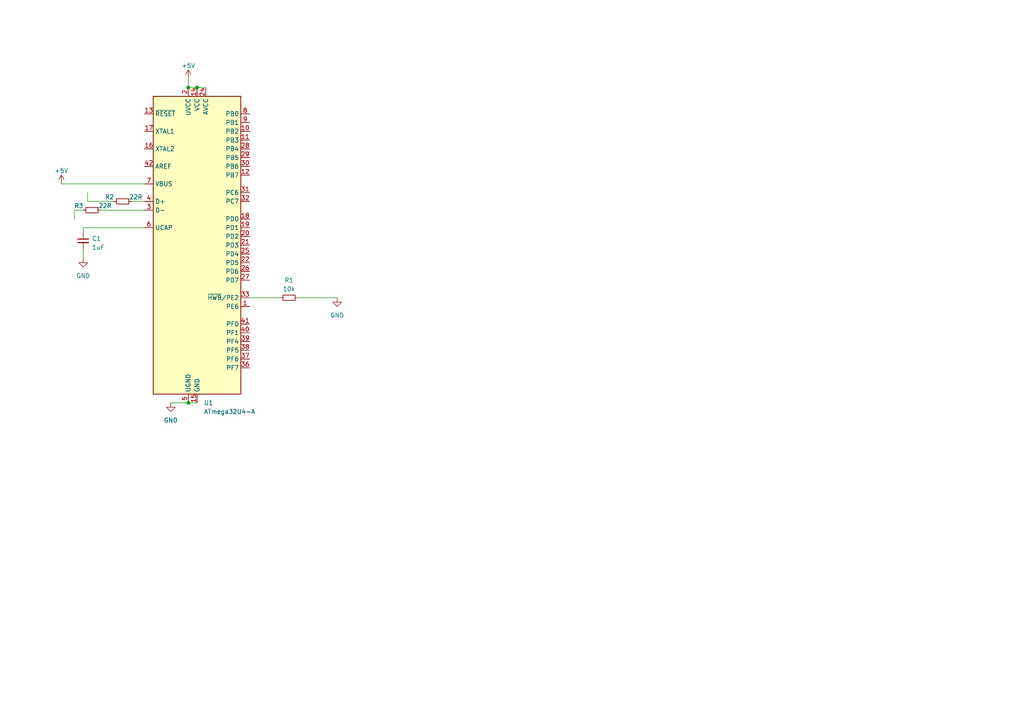
<source format=kicad_sch>
(kicad_sch (version 20230121) (generator eeschema)
  (paper "A4")
  (lib_symbols
    (symbol "Device:C_Small" (pin_numbers hide) (pin_names (offset 0.254) hide)
      (property "Reference" "C" (at 0.254 1.778 0))
      (property "Value" "C_Small" (at 0.254 -2.032 0))
      (symbol "C_Small_0_1"
        (polyline (pts (xy -1.524 -0.508) (xy 1.524 -0.508)) (stroke (width 0.3302)))
        (polyline (pts (xy -1.524 0.508) (xy 1.524 0.508)) (stroke (width 0.3048)))
      )
      (symbol "C_Small_1_1"
        (pin passive line (at 0 2.54 270) (length 2.032) (name "~") (number "1"))
        (pin passive line (at 0 -2.54 90) (length 2.032) (name "~") (number "2"))
      )
    )
    (symbol "Device:R_Small" (pin_numbers hide) (pin_names (offset 0.254) hide)
      (property "Reference" "R" (at 0.762 0.508 0))
      (property "Value" "R_Small" (at 0.762 -1.016 0))
      (symbol "R_Small_0_1"
        (rectangle (start -0.762 1.778) (end 0.762 -1.778) (stroke (width 0.2032)))
      )
      (symbol "R_Small_1_1"
        (pin passive line (at 0 2.54 270) (length 0.762) (name "~") (number "1"))
        (pin passive line (at 0 -2.54 90) (length 0.762) (name "~") (number "2"))
      )
    )
    (symbol "MCU_Microchip_ATmega:ATmega32U4-A"
      (property "Reference" "U" (at -12.7 44.45 0))
      (property "Value" "ATmega32U4-A" (at 2.54 -44.45 0))
      (symbol "ATmega32U4-A_0_1"
        (rectangle (start -12.7 -43.18) (end 12.7 43.18) (stroke (width 0.254)) (fill (type background)))
      )
      (symbol "ATmega32U4-A_1_1"
        (pin bidirectional line (at 15.24 -17.78 180) (length 2.54) (name "PE6") (number "1"))
        (pin bidirectional line (at 15.24 33.02 180) (length 2.54) (name "PB2") (number "10"))
        (pin bidirectional line (at 15.24 30.48 180) (length 2.54) (name "PB3") (number "11"))
        (pin bidirectional line (at 15.24 20.32 180) (length 2.54) (name "PB7") (number "12"))
        (pin input line (at -15.24 38.1 0) (length 2.54) (name "~{RESET}") (number "13"))
        (pin power_in line (at 0 45.72 270) (length 2.54) (name "VCC") (number "14"))
        (pin power_in line (at 0 -45.72 90) (length 2.54) (name "GND") (number "15"))
        (pin output line (at -15.24 27.94 0) (length 2.54) (name "XTAL2") (number "16"))
        (pin input line (at -15.24 33.02 0) (length 2.54) (name "XTAL1") (number "17"))
        (pin bidirectional line (at 15.24 7.62 180) (length 2.54) (name "PD0") (number "18"))
        (pin bidirectional line (at 15.24 5.08 180) (length 2.54) (name "PD1") (number "19"))
        (pin power_in line (at -2.54 45.72 270) (length 2.54) (name "UVCC") (number "2"))
        (pin bidirectional line (at 15.24 2.54 180) (length 2.54) (name "PD2") (number "20"))
        (pin bidirectional line (at 15.24 0 180) (length 2.54) (name "PD3") (number "21"))
        (pin bidirectional line (at 15.24 -5.08 180) (length 2.54) (name "PD5") (number "22"))
        (pin passive line (at 0 -45.72 90) (length 2.54) hide (name "GND") (number "23"))
        (pin power_in line (at 2.54 45.72 270) (length 2.54) (name "AVCC") (number "24"))
        (pin bidirectional line (at 15.24 -2.54 180) (length 2.54) (name "PD4") (number "25"))
        (pin bidirectional line (at 15.24 -7.62 180) (length 2.54) (name "PD6") (number "26"))
        (pin bidirectional line (at 15.24 -10.16 180) (length 2.54) (name "PD7") (number "27"))
        (pin bidirectional line (at 15.24 27.94 180) (length 2.54) (name "PB4") (number "28"))
        (pin bidirectional line (at 15.24 25.4 180) (length 2.54) (name "PB5") (number "29"))
        (pin bidirectional line (at -15.24 10.16 0) (length 2.54) (name "D-") (number "3"))
        (pin bidirectional line (at 15.24 22.86 180) (length 2.54) (name "PB6") (number "30"))
        (pin bidirectional line (at 15.24 15.24 180) (length 2.54) (name "PC6") (number "31"))
        (pin bidirectional line (at 15.24 12.7 180) (length 2.54) (name "PC7") (number "32"))
        (pin bidirectional line (at 15.24 -15.24 180) (length 2.54) (name "~{HWB}/PE2") (number "33"))
        (pin passive line (at 0 45.72 270) (length 2.54) hide (name "VCC") (number "34"))
        (pin passive line (at 0 -45.72 90) (length 2.54) hide (name "GND") (number "35"))
        (pin bidirectional line (at 15.24 -35.56 180) (length 2.54) (name "PF7") (number "36"))
        (pin bidirectional line (at 15.24 -33.02 180) (length 2.54) (name "PF6") (number "37"))
        (pin bidirectional line (at 15.24 -30.48 180) (length 2.54) (name "PF5") (number "38"))
        (pin bidirectional line (at 15.24 -27.94 180) (length 2.54) (name "PF4") (number "39"))
        (pin bidirectional line (at -15.24 12.7 0) (length 2.54) (name "D+") (number "4"))
        (pin bidirectional line (at 15.24 -25.4 180) (length 2.54) (name "PF1") (number "40"))
        (pin bidirectional line (at 15.24 -22.86 180) (length 2.54) (name "PF0") (number "41"))
        (pin passive line (at -15.24 22.86 0) (length 2.54) (name "AREF") (number "42"))
        (pin passive line (at 0 -45.72 90) (length 2.54) hide (name "GND") (number "43"))
        (pin passive line (at 2.54 45.72 270) (length 2.54) hide (name "AVCC") (number "44"))
        (pin passive line (at -2.54 -45.72 90) (length 2.54) (name "UGND") (number "5"))
        (pin passive line (at -15.24 5.08 0) (length 2.54) (name "UCAP") (number "6"))
        (pin input line (at -15.24 17.78 0) (length 2.54) (name "VBUS") (number "7"))
        (pin bidirectional line (at 15.24 38.1 180) (length 2.54) (name "PB0") (number "8"))
        (pin bidirectional line (at 15.24 35.56 180) (length 2.54) (name "PB1") (number "9"))
      )
    )
    (symbol "power:+5V" (power) (pin_names (offset 0))
      (property "Value" "+5V" (at 0 3.556 0))
      (symbol "+5V_0_1"
        (polyline (pts (xy -0.762 1.27) (xy 0 2.54)))
        (polyline (pts (xy 0 0) (xy 0 2.54)))
        (polyline (pts (xy 0 2.54) (xy 0.762 1.27)))
      )
      (symbol "+5V_1_1"
        (pin power_in line (at 0 0 90) (length 0) hide (name "+5V") (number "1"))
      )
    )
    (symbol "power:GND" (power) (pin_names (offset 0))
      (property "Value" "GND" (at 0 -3.81 0))
      (symbol "GND_0_1"
        (polyline (pts (xy 0 0) (xy 0 -1.27) (xy 1.27 -1.27) (xy 0 -2.54) (xy -1.27 -1.27) (xy 0 -1.27)))
      )
      (symbol "GND_1_1"
        (pin power_in line (at 0 0 270) (length 0) hide (name "GND") (number "1"))
      )
    )
  )
  (junction (at 54.61 25.4))
  (junction (at 57.15 25.4))
  (junction (at 54.61 116.84))
  (wire (pts (xy 41.91 66.04) (xy 24.13 66.04)))
  (wire (pts (xy 24.13 60.96) (xy 21.59 60.96)))
  (wire (pts (xy 25.4 55.88) (xy 25.4 58.42)))
  (wire (pts (xy 57.15 25.4) (xy 59.69 25.4)))
  (wire (pts (xy 54.61 25.4) (xy 57.15 25.4)))
  (wire (pts (xy 24.13 66.04) (xy 24.13 67.31)))
  (wire (pts (xy 21.59 60.96) (xy 21.59 63.5)))
  (wire (pts (xy 25.4 58.42) (xy 33.02 58.42)))
  (wire (pts (xy 29.21 60.96) (xy 41.91 60.96)))
  (wire (pts (xy 72.39 86.36) (xy 81.28 86.36)))
  (wire (pts (xy 54.61 116.84) (xy 57.15 116.84)))
  (wire (pts (xy 17.78 53.34) (xy 41.91 53.34)))
  (wire (pts (xy 86.36 86.36) (xy 97.79 86.36)))
  (wire (pts (xy 49.53 116.84) (xy 54.61 116.84)))
  (wire (pts (xy 24.13 72.39) (xy 24.13 74.93)))
  (wire (pts (xy 38.1 58.42) (xy 41.91 58.42)))
  (wire (pts (xy 54.61 22.86) (xy 54.61 25.4)))
  (symbol (lib_id "Device:C_Small") (at 24.13 69.85 0) (unit 1)
    (property "Reference" "C1" (at 26.67 69.2213 0) (effects (justify left)))
    (property "Value" "1uF" (at 26.67 71.7613 0) (effects (justify left)))
  )
  (symbol (lib_id "Device:R_Small") (at 83.82 86.36 90) (unit 1)
    (property "Reference" "R1" (at 83.82 81.28 90))
    (property "Value" "10k" (at 83.82 83.82 90))
  )
  (symbol (lib_id "MCU_Microchip_ATmega:ATmega32U4-A") (at 57.15 71.12 0) (unit 1)
    (property "Reference" "U1" (at 59.1059 116.84 0) (effects (justify left)))
    (property "Value" "ATmega32U4-A" (at 59.1059 119.38 0) (effects (justify left)))
    (property "Footprint" "Package_QFP:TQFP-44_10x10mm_P0.8mm" (effects hide))
    (property "Datasheet" "http://ww1.microchip.com/downloads/en/DeviceDoc/Atmel-7766-8-bit-AVR-ATmega16U4-32U4_Datasheet.pdf" (effects hide))
  )
  (symbol (lib_id "power:GND") (at 97.79 86.36 0) (unit 1)
    (property "Reference" "#PWR03" (effects hide))
    (property "Value" "GND" (at 97.79 91.44 0))
  )
  (symbol (lib_id "Device:R_Small") (at 35.56 58.42 90) (unit 1)
    (property "Reference" "R2" (at 31.75 57.15 90))
    (property "Value" "22R" (at 39.37 57.15 90))
  )
  (symbol (lib_id "power:+5V") (at 54.61 22.86 0) (unit 1)
    (property "Reference" "#PWR01" (effects hide))
    (property "Value" "+5V" (at 54.61 19.05 0))
  )
  (symbol (lib_id "Device:R_Small") (at 26.67 60.96 90) (unit 1)
    (property "Reference" "R3" (at 22.86 59.69 90))
    (property "Value" "22R" (at 30.48 59.69 90))
  )
  (symbol (lib_id "power:GND") (at 24.13 74.93 0) (unit 1)
    (property "Reference" "#PWR04" (effects hide))
    (property "Value" "GND" (at 24.13 80.01 0))
  )
  (symbol (lib_id "power:+5V") (at 17.78 53.34 0) (unit 1)
    (property "Reference" "#PWR05" (effects hide))
    (property "Value" "+5V" (at 17.78 49.53 0))
  )
  (symbol (lib_id "power:GND") (at 49.53 116.84 0) (unit 1)
    (property "Reference" "#PWR02" (effects hide))
    (property "Value" "GND" (at 49.53 121.92 0))
  )
)
</source>
